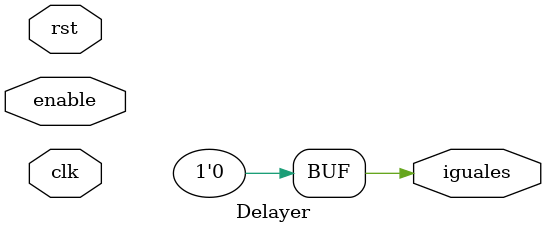
<source format=v>
`timescale 1ns / 1ps
module Delayer
 # (parameter width = 8, parameter YY = 416_000 ) // Se requieren 27 bits para representar 100,000,0000 de cuentas
   (input clk,
    input rst,
    input enable,
    output iguales);
    
  reg [width-1:0]cuenta ;  
// Comparador
assign iguales = (YY==cuenta)?1'b1:1'b0;
// Contador
always @(posedge rst, posedge clk)
    begin
        if (rst)
       
            cuenta <= {width{1'b0}};
        else 
            if (enable)
                if (iguales)
                         cuenta <= {width{1'b0}};
                else 
                        cuenta <= cuenta + 1'b1;
             else
                cuenta <= cuenta;
     end
endmodule

</source>
